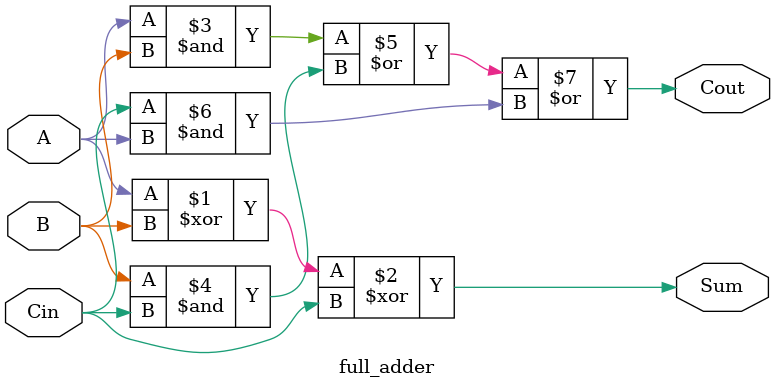
<source format=sv>
module RCA_4_bit_FA(Sum,Cout,A,B,Cin);
  input [3:0] A,B;
  input Cin;
  output [3:0] Sum;
  output Cout;
  wire w1,w2,w3;
  
  //assign {Cout,Sum} = A + B + Cin;
  
  full_adder FA0(Sum[0],w1,A[0],B[0],Cin);
  full_adder FA1(Sum[1],w2,A[1],B[1],w1);
  full_adder FA2(Sum[2],w3,A[2],B[2],w2);
  full_adder FA3(Sum[3],Cout,A[3],B[3],w3);
  
endmodule

module full_adder (Sum,Cout,A,B,Cin);
  output Sum,Cout;
  input A,B,Cin;
  
  assign Sum = A^B^Cin;
  assign Cout = A&B | B&Cin | Cin&A;
    
endmodule

</source>
